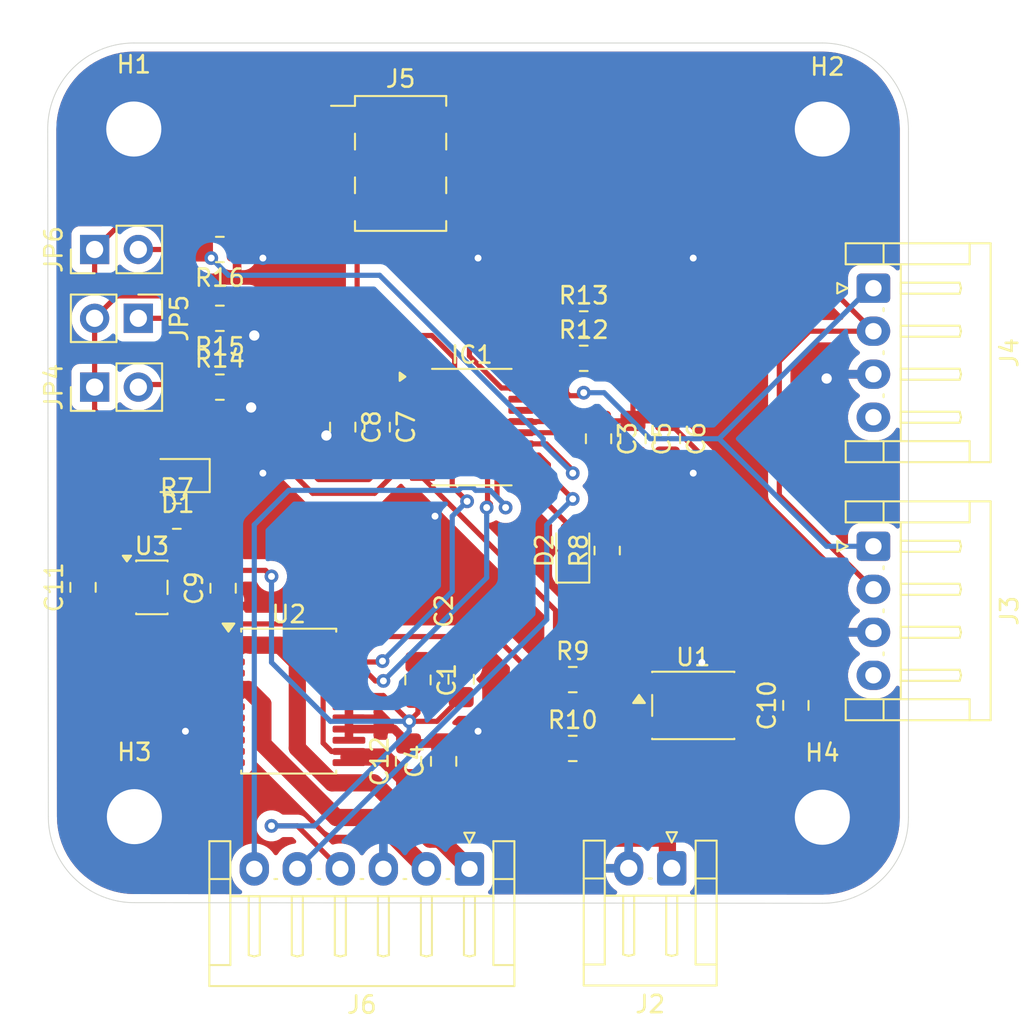
<source format=kicad_pcb>
(kicad_pcb (version 20241229) (generator "pcbnew") (generator_version "9.0")
  (layers (0 "F.Cu" signal) (2 "B.Cu" signal) (13 "F.Paste" user) (15 "B.Paste" user) (5 "F.SilkS" user "F.Silkscreen") (7 "B.SilkS" user "B.Silkscreen") (1 "F.Mask" user) (3 "B.Mask" user) (25 "Edge.Cuts" user))
  (net 0 "")
  (net 1 "GND")
  (net 2 "+3.3V")
  (net 3 "+12V")
  (net 4 "Net-(D1-K)")
  (net 5 "Net-(D2-K)")
  (net 6 "LED")
  (net 7 "SWDIO")
  (net 8 "Net-(IC1-PA2)")
  (net 9 "SWCLK")
  (net 10 "Net-(IC1-PB1)")
  (net 11 "AIN1")
  (net 12 "SCL")
  (net 13 "SENSOR A ENCODEUR")
  (net 15 "PWM MCU")
  (net 16 "SDA")
  (net 18 "SENSOR B ENCODEUR")
  (net 19 "NRST")
  (net 20 "AIN2")
  (net 21 "Net-(IC1-PA3)")
  (net 25 "AO2")
  (net 26 "AO1")
  (net 27 "Net-(R10-Pad2)")
  (net 28 "PWM H-bridge")
  (footprint "LED_SMD:LED_0805_2012Metric_Pad1.15x1.40mm_HandSolder" (layer "F.Cu") (at 110.551 87.6385 180)
    (property "Reference" "D1" (at 0 -1.65 0) (layer "F.SilkS"))
    (property "Value" "LED")
    (pad "1" smd roundrect (at -1.025 0 180) (size 1.15 1.4) (layers "F.Cu" "F.Mask" "F.Paste") (roundrect_rratio 0.217391) (net 4 "Net-(D1-K)"))
    (pad "2" smd roundrect (at 1.025 0 180) (size 1.15 1.4) (layers "F.Cu" "F.Mask" "F.Paste") (roundrect_rratio 0.217391) (net 2 "+3.3V"))
  )
  (footprint "Capacitor_SMD:C_0805_2012Metric_Pad1.18x1.45mm_HandSolder" (layer "F.Cu") (at 146.4625 101 90)
    (property "Reference" "C10" (at 0 -1.68 90) (layer "F.SilkS"))
    (property "Value" "0.1uF")
    (pad "1" smd roundrect (at -1.0375 0 90) (size 1.175 1.45) (layers "F.Cu" "F.Mask" "F.Paste") (roundrect_rratio 0.212766) (net 1 "GND"))
    (pad "2" smd roundrect (at 1.0375 0 90) (size 1.175 1.45) (layers "F.Cu" "F.Mask" "F.Paste") (roundrect_rratio 0.212766) (net 2 "+3.3V"))
  )
  (footprint "Package_TO_SOT_SMD:SOT-23-5" (layer "F.Cu") (at 109.051 94.1385)
    (property "Reference" "U3" (at 0 -2.4 0) (layer "F.SilkS"))
    (property "Value" "MIC5219-3.3YM5")
    (pad "1" smd roundrect (at -1.1375 -0.95) (size 1.325 0.6) (layers "F.Cu" "F.Mask" "F.Paste") (net 3 "+12V"))
    (pad "2" smd roundrect (at -1.1375 0) (size 1.325 0.6) (layers "F.Cu" "F.Mask" "F.Paste") (net 1 "GND"))
    (pad "3" smd roundrect (at -1.1375 0.95) (size 1.325 0.6) (layers "F.Cu" "F.Mask" "F.Paste") (net 3 "+12V"))
    (pad "4" smd roundrect (at 1.1375 0.95) (size 1.325 0.6) (layers "F.Cu" "F.Mask" "F.Paste"))
    (pad "5" smd roundrect (at 1.1375 -0.95) (size 1.325 0.6) (layers "F.Cu" "F.Mask" "F.Paste") (net 2 "+3.3V"))
  )
  (footprint "Package_SO:SSOP-24_5.3x8.2mm_P0.65mm" (layer "F.Cu") (at 117 100.75)
    (property "Reference" "U2" (at 0 -5.05 0) (layer "F.SilkS"))
    (property "Value" "TB6612FNG")
    (pad "1" smd roundrect (at -3.5 -3.575) (size 1.9 0.4) (layers "F.Cu" "F.Mask" "F.Paste") (net 26 "AO1"))
    (pad "2" smd roundrect (at -3.5 -2.925) (size 1.9 0.4) (layers "F.Cu" "F.Mask" "F.Paste") (net 26 "AO1"))
    (pad "3" smd roundrect (at -3.5 -2.275) (size 1.9 0.4) (layers "F.Cu" "F.Mask" "F.Paste") (net 1 "GND"))
    (pad "4" smd roundrect (at -3.5 -1.625) (size 1.9 0.4) (layers "F.Cu" "F.Mask" "F.Paste") (net 1 "GND"))
    (pad "5" smd roundrect (at -3.5 -0.975) (size 1.9 0.4) (layers "F.Cu" "F.Mask" "F.Paste") (net 25 "AO2"))
    (pad "6" smd roundrect (at -3.5 -0.325) (size 1.9 0.4) (layers "F.Cu" "F.Mask" "F.Paste") (net 25 "AO2"))
    (pad "7" smd roundrect (at -3.5 0.325) (size 1.9 0.4) (layers "F.Cu" "F.Mask" "F.Paste"))
    (pad "8" smd roundrect (at -3.5 0.975) (size 1.9 0.4) (layers "F.Cu" "F.Mask" "F.Paste"))
    (pad "9" smd roundrect (at -3.5 1.625) (size 1.9 0.4) (layers "F.Cu" "F.Mask" "F.Paste") (net 1 "GND"))
    (pad "10" smd roundrect (at -3.5 2.275) (size 1.9 0.4) (layers "F.Cu" "F.Mask" "F.Paste") (net 1 "GND"))
    (pad "11" smd roundrect (at -3.5 2.925) (size 1.9 0.4) (layers "F.Cu" "F.Mask" "F.Paste"))
    (pad "12" smd roundrect (at -3.5 3.575) (size 1.9 0.4) (layers "F.Cu" "F.Mask" "F.Paste"))
    (pad "13" smd roundrect (at 3.5 3.575) (size 1.9 0.4) (layers "F.Cu" "F.Mask" "F.Paste") (net 3 "+12V"))
    (pad "14" smd roundrect (at 3.5 2.925) (size 1.9 0.4) (layers "F.Cu" "F.Mask" "F.Paste") (net 3 "+12V"))
    (pad "15" smd roundrect (at 3.5 2.275) (size 1.9 0.4) (layers "F.Cu" "F.Mask" "F.Paste") (net 1 "GND"))
    (pad "16" smd roundrect (at 3.5 1.625) (size 1.9 0.4) (layers "F.Cu" "F.Mask" "F.Paste") (net 1 "GND"))
    (pad "17" smd roundrect (at 3.5 0.975) (size 1.9 0.4) (layers "F.Cu" "F.Mask" "F.Paste") (net 1 "GND"))
    (pad "18" smd roundrect (at 3.5 0.325) (size 1.9 0.4) (layers "F.Cu" "F.Mask" "F.Paste") (net 1 "GND"))
    (pad "19" smd roundrect (at 3.5 -0.325) (size 1.9 0.4) (layers "F.Cu" "F.Mask" "F.Paste") (net 2 "+3.3V"))
    (pad "20" smd roundrect (at 3.5 -0.975) (size 1.9 0.4) (layers "F.Cu" "F.Mask" "F.Paste") (net 2 "+3.3V"))
    (pad "21" smd roundrect (at 3.5 -1.625) (size 1.9 0.4) (layers "F.Cu" "F.Mask" "F.Paste") (net 11 "AIN1"))
    (pad "22" smd roundrect (at 3.5 -2.275) (size 1.9 0.4) (layers "F.Cu" "F.Mask" "F.Paste") (net 20 "AIN2"))
    (pad "23" smd roundrect (at 3.5 -2.925) (size 1.9 0.4) (layers "F.Cu" "F.Mask" "F.Paste") (net 28 "PWM H-bridge"))
    (pad "24" smd roundrect (at 3.5 -3.575) (size 1.9 0.4) (layers "F.Cu" "F.Mask" "F.Paste") (net 3 "+12V"))
  )
  (footprint "Package_SO:SO-5-6_4.55x3.7mm_P1.27mm" (layer "F.Cu") (at 140.5 101)
    (property "Reference" "U1" (at 0 -2.8 0) (layer "F.SilkS"))
    (property "Value" "TLP2361")
    (pad "1" smd roundrect (at -3.15 -1.27) (size 1.2 0.8) (layers "F.Cu" "F.Mask" "F.Paste") (net 27 "Net-(R10-Pad2)"))
    (pad "3" smd roundrect (at -3.15 1.27) (size 1.2 0.8) (layers "F.Cu" "F.Mask" "F.Paste") (net 1 "GND"))
    (pad "4" smd roundrect (at 3.15 1.27) (size 1.2 0.8) (layers "F.Cu" "F.Mask" "F.Paste") (net 1 "GND"))
    (pad "5" smd roundrect (at 3.15 0) (size 1.2 0.8) (layers "F.Cu" "F.Mask" "F.Paste") (net 28 "PWM H-bridge"))
    (pad "6" smd roundrect (at 3.15 -1.27) (size 1.2 0.8) (layers "F.Cu" "F.Mask" "F.Paste") (net 2 "+3.3V"))
  )
  (footprint "Capacitor_SMD:C_0805_2012Metric_Pad1.18x1.45mm_HandSolder" (layer "F.Cu") (at 124.50875 99.51875 -90)
    (property "Reference" "C1" (at 0 -1.68 90) (layer "F.SilkS"))
    (property "Value" "0.1u")
    (pad "1" smd roundrect (at -1.0375 0 270) (size 1.175 1.45) (layers "F.Cu" "F.Mask" "F.Paste") (roundrect_rratio 0.212766) (net 1 "GND"))
    (pad "2" smd roundrect (at 1.0375 0 270) (size 1.175 1.45) (layers "F.Cu" "F.Mask" "F.Paste") (roundrect_rratio 0.212766) (net 2 "+3.3V"))
  )
  (footprint "Capacitor_SMD:C_0805_2012Metric_Pad1.18x1.45mm_HandSolder" (layer "F.Cu") (at 123.9625 104.25 90)
    (property "Reference" "C12" (at 0 -1.68 90) (layer "F.SilkS"))
    (property "Value" "0.1u")
    (pad "1" smd roundrect (at -1.0375 0 90) (size 1.175 1.45) (layers "F.Cu" "F.Mask" "F.Paste") (roundrect_rratio 0.212766) (net 3 "+12V"))
    (pad "2" smd roundrect (at 1.0375 0 90) (size 1.175 1.45) (layers "F.Cu" "F.Mask" "F.Paste") (roundrect_rratio 0.212766) (net 1 "GND"))
  )
  (footprint "Resistor_SMD:R_0805_2012Metric_Pad1.20x1.40mm_HandSolder" (layer "F.Cu") (at 133.5 99.5)
    (property "Reference" "R9" (at 0 -1.65 0) (layer "F.SilkS"))
    (property "Value" "210")
    (pad "1" smd roundrect (at -1 0) (size 1.2 1.4) (layers "F.Cu" "F.Mask" "F.Paste") (roundrect_rratio 0.208333) (net 15 "PWM MCU"))
    (pad "2" smd roundrect (at 1 0) (size 1.2 1.4) (layers "F.Cu" "F.Mask" "F.Paste") (roundrect_rratio 0.208333) (net 27 "Net-(R10-Pad2)"))
  )
  (footprint "Connector_JST:JST_EH_S6B-EH_1x06_P2.50mm_Horizontal" (layer "F.Cu") (at 127.5 110.5 180)
    (property "Reference" "J6" (at 6.25 -7.9 0) (layer "F.SilkS"))
    (property "Value" "Conn_01x06")
    (pad "1" thru_hole roundrect (at 0 0 180) (size 1.7 1.95) (drill 0.95) (layers "*.Cu" "*.Mask") (roundrect_rratio 0.147059) (net 26 "AO1"))
    (pad "2" thru_hole oval (at 2.5 0 180) (size 1.7 1.95) (drill 0.95) (layers "*.Cu" "*.Mask") (net 25 "AO2"))
    (pad "3" thru_hole oval (at 5 0 180) (size 1.7 1.95) (drill 0.95) (layers "*.Cu" "*.Mask") (net 1 "GND"))
    (pad "4" thru_hole oval (at 7.5 0 180) (size 1.7 1.95) (drill 0.95) (layers "*.Cu" "*.Mask") (net 2 "+3.3V"))
    (pad "5" thru_hole oval (at 10 0 180) (size 1.7 1.95) (drill 0.95) (layers "*.Cu" "*.Mask") (net 13 "SENSOR A ENCODEUR"))
    (pad "6" thru_hole oval (at 12.5 0 180) (size 1.7 1.95) (drill 0.95) (layers "*.Cu" "*.Mask") (net 18 "SENSOR B ENCODEUR"))
  )
  (footprint "Capacitor_SMD:C_0805_2012Metric_Pad1.18x1.45mm_HandSolder" (layer "F.Cu") (at 105.051 94.1385 90)
    (property "Reference" "C11" (at 0 -1.68 90) (layer "F.SilkS"))
    (property "Value" "1uF")
    (pad "1" smd roundrect (at -1.0375 0 90) (size 1.175 1.45) (layers "F.Cu" "F.Mask" "F.Paste") (roundrect_rratio 0.212766) (net 1 "GND"))
    (pad "2" smd roundrect (at 1.0375 0 90) (size 1.175 1.45) (layers "F.Cu" "F.Mask" "F.Paste") (roundrect_rratio 0.212766) (net 3 "+12V"))
  )
  (footprint "Capacitor_SMD:C_0805_2012Metric_Pad1.18x1.45mm_HandSolder" (layer "F.Cu") (at 122.1375 84.825 -90)
    (property "Reference" "C7" (at 0 -1.68 90) (layer "F.SilkS"))
    (property "Value" "10n")
    (pad "1" smd roundrect (at -1.0375 0 270) (size 1.175 1.45) (layers "F.Cu" "F.Mask" "F.Paste") (roundrect_rratio 0.212766) (net 2 "+3.3V"))
    (pad "2" smd roundrect (at 1.0375 0 270) (size 1.175 1.45) (layers "F.Cu" "F.Mask" "F.Paste") (roundrect_rratio 0.212766) (net 1 "GND"))
  )
  (footprint "Capacitor_SMD:C_0805_2012Metric_Pad1.18x1.45mm_HandSolder" (layer "F.Cu") (at 120.1375 84.825 -90)
    (property "Reference" "C8" (at 0 -1.68 90) (layer "F.SilkS"))
    (property "Value" "1u")
    (pad "1" smd roundrect (at -1.0375 0 270) (size 1.175 1.45) (layers "F.Cu" "F.Mask" "F.Paste") (roundrect_rratio 0.212766) (net 2 "+3.3V"))
    (pad "2" smd roundrect (at 1.0375 0 270) (size 1.175 1.45) (layers "F.Cu" "F.Mask" "F.Paste") (roundrect_rratio 0.212766) (net 1 "GND"))
  )
  (footprint "Resistor_SMD:R_0805_2012Metric_Pad1.20x1.40mm_HandSolder" (layer "F.Cu") (at 133.5 103.5)
    (property "Reference" "R10" (at 0 -1.65 0) (layer "F.SilkS"))
    (property "Value" "210")
    (pad "1" smd roundrect (at -1 0) (size 1.2 1.4) (layers "F.Cu" "F.Mask" "F.Paste") (roundrect_rratio 0.208333) (net 1 "GND"))
    (pad "2" smd roundrect (at 1 0) (size 1.2 1.4) (layers "F.Cu" "F.Mask" "F.Paste") (roundrect_rratio 0.208333) (net 27 "Net-(R10-Pad2)"))
  )
  (footprint "MountingHole:MountingHole_3.2mm_M3_DIN965_Pad" (layer "F.Cu") (at 148 67.5)
    (property "Reference" "H2" (at 0.295 -3.62 0) (layer "F.SilkS"))
    (property "Value" "MountingHole_Pad")
    (pad "1" thru_hole circle (at 0 0) (size 5.6 5.6) (drill 3.2) (layers "*.Cu" "*.Mask") (net 1 "GND"))
  )
  (footprint "LED_SMD:LED_0805_2012Metric_Pad1.15x1.40mm_HandSolder" (layer "F.Cu") (at 133.5 92 90)
    (property "Reference" "D2" (at 0 -1.65 90) (layer "F.SilkS"))
    (property "Value" "LED")
    (pad "1" smd roundrect (at -1.025 0 90) (size 1.15 1.4) (layers "F.Cu" "F.Mask" "F.Paste") (roundrect_rratio 0.217391) (net 5 "Net-(D2-K)"))
    (pad "2" smd roundrect (at 1.025 0 90) (size 1.15 1.4) (layers "F.Cu" "F.Mask" "F.Paste") (roundrect_rratio 0.217391) (net 6 "LED"))
  )
  (footprint "Capacitor_SMD:C_0805_2012Metric_Pad1.18x1.45mm_HandSolder" (layer "F.Cu") (at 137 85.5 -90)
    (property "Reference" "C5" (at 0 -1.68 90) (layer "F.SilkS"))
    (property "Value" "100n")
    (pad "1" smd roundrect (at -1.0375 0 270) (size 1.175 1.45) (layers "F.Cu" "F.Mask" "F.Paste") (roundrect_rratio 0.212766) (net 2 "+3.3V"))
    (pad "2" smd roundrect (at 1.0375 0 270) (size 1.175 1.45) (layers "F.Cu" "F.Mask" "F.Paste") (roundrect_rratio 0.212766) (net 1 "GND"))
  )
  (footprint "Package_SO:TSSOP-20_4.4x6.5mm_P0.65mm" (layer "F.Cu") (at 127.6375 84.825)
    (property "Reference" "IC1" (at 0 -4.2 0) (layer "F.SilkS"))
    (property "Value" "STM32F030F4P6")
    (pad "1" smd roundrect (at -2.8625 -2.925) (size 1.475 0.4) (layers "F.Cu" "F.Mask" "F.Paste") (net 1 "GND"))
    (pad "2" smd roundrect (at -2.8625 -2.275) (size 1.475 0.4) (layers "F.Cu" "F.Mask" "F.Paste"))
    (pad "3" smd roundrect (at -2.8625 -1.625) (size 1.475 0.4) (layers "F.Cu" "F.Mask" "F.Paste"))
    (pad "4" smd roundrect (at -2.8625 -0.975) (size 1.475 0.4) (layers "F.Cu" "F.Mask" "F.Paste") (net 19 "NRST"))
    (pad "5" smd roundrect (at -2.8625 -0.325) (size 1.475 0.4) (layers "F.Cu" "F.Mask" "F.Paste") (net 2 "+3.3V"))
    (pad "6" smd roundrect (at -2.8625 0.325) (size 1.475 0.4) (layers "F.Cu" "F.Mask" "F.Paste") (net 11 "AIN1"))
    (pad "7" smd roundrect (at -2.8625 0.975) (size 1.475 0.4) (layers "F.Cu" "F.Mask" "F.Paste") (net 20 "AIN2"))
    (pad "8" smd roundrect (at -2.8625 1.625) (size 1.475 0.4) (layers "F.Cu" "F.Mask" "F.Paste") (net 8 "Net-(IC1-PA2)"))
    (pad "9" smd roundrect (at -2.8625 2.275) (size 1.475 0.4) (layers "F.Cu" "F.Mask" "F.Paste") (net 21 "Net-(IC1-PA3)"))
    (pad "10" smd roundrect (at -2.8625 2.925) (size 1.475 0.4) (layers "F.Cu" "F.Mask" "F.Paste") (net 15 "PWM MCU"))
    (pad "11" smd roundrect (at 2.8625 2.925) (size 1.475 0.4) (layers "F.Cu" "F.Mask" "F.Paste") (net 6 "LED"))
    (pad "12" smd roundrect (at 2.8625 2.275) (size 1.475 0.4) (layers "F.Cu" "F.Mask" "F.Paste") (net 18 "SENSOR B ENCODEUR"))
    (pad "13" smd roundrect (at 2.8625 1.625) (size 1.475 0.4) (layers "F.Cu" "F.Mask" "F.Paste") (net 13 "SENSOR A ENCODEUR"))
    (pad "14" smd roundrect (at 2.8625 0.975) (size 1.475 0.4) (layers "F.Cu" "F.Mask" "F.Paste") (net 10 "Net-(IC1-PB1)"))
    (pad "15" smd roundrect (at 2.8625 0.325) (size 1.475 0.4) (layers "F.Cu" "F.Mask" "F.Paste") (net 1 "GND"))
    (pad "16" smd roundrect (at 2.8625 -0.325) (size 1.475 0.4) (layers "F.Cu" "F.Mask" "F.Paste") (net 2 "+3.3V"))
    (pad "17" smd roundrect (at 2.8625 -0.975) (size 1.475 0.4) (layers "F.Cu" "F.Mask" "F.Paste") (net 12 "SCL"))
    (pad "18" smd roundrect (at 2.8625 -1.625) (size 1.475 0.4) (layers "F.Cu" "F.Mask" "F.Paste") (net 16 "SDA"))
    (pad "19" smd roundrect (at 2.8625 -2.275) (size 1.475 0.4) (layers "F.Cu" "F.Mask" "F.Paste") (net 7 "SWDIO"))
    (pad "20" smd roundrect (at 2.8625 -2.925) (size 1.475 0.4) (layers "F.Cu" "F.Mask" "F.Paste") (net 9 "SWCLK"))
  )
  (footprint "Resistor_SMD:R_0805_2012Metric_Pad1.20x1.40mm_HandSolder" (layer "F.Cu") (at 134.1375 78.825)
    (property "Reference" "R13" (at 0 -1.65 0) (layer "F.SilkS"))
    (property "Value" "4.7k")
    (pad "1" smd roundrect (at -1 0) (size 1.2 1.4) (layers "F.Cu" "F.Mask" "F.Paste") (roundrect_rratio 0.208333) (net 16 "SDA"))
    (pad "2" smd roundrect (at 1 0) (size 1.2 1.4) (layers "F.Cu" "F.Mask" "F.Paste") (roundrect_rratio 0.208333) (net 2 "+3.3V"))
  )
  (footprint "Capacitor_SMD:C_0805_2012Metric_Pad1.18x1.45mm_HandSolder" (layer "F.Cu") (at 113.1885 94.1885 90)
    (property "Reference" "C9" (at 0 -1.68 90) (layer "F.SilkS"))
    (property "Value" "1uF")
    (pad "1" smd roundrect (at -1.0375 0 90) (size 1.175 1.45) (layers "F.Cu" "F.Mask" "F.Paste") (roundrect_rratio 0.212766) (net 1 "GND"))
    (pad "2" smd roundrect (at 1.0375 0 90) (size 1.175 1.45) (layers "F.Cu" "F.Mask" "F.Paste") (roundrect_rratio 0.212766) (net 2 "+3.3V"))
  )
  (footprint "Resistor_SMD:R_0805_2012Metric_Pad1.20x1.40mm_HandSolder" (layer "F.Cu") (at 135.5 92 90)
    (property "Reference" "R8" (at 0 -1.65 90) (layer "F.SilkS"))
    (property "Value" "270")
    (pad "1" smd roundrect (at -1 0 90) (size 1.2 1.4) (layers "F.Cu" "F.Mask" "F.Paste") (roundrect_rratio 0.208333) (net 1 "GND"))
    (pad "2" smd roundrect (at 1 0 90) (size 1.2 1.4) (layers "F.Cu" "F.Mask" "F.Paste") (roundrect_rratio 0.208333) (net 5 "Net-(D2-K)"))
  )
  (footprint "Connector_JST:JST_EH_S2B-EH_1x02_P2.50mm_Horizontal" (layer "F.Cu") (at 139.25 110.4675 180)
    (property "Reference" "J2" (at 1.25 -7.9 0) (layer "F.SilkS"))
    (property "Value" "Conn_01x02")
    (pad "1" thru_hole roundrect (at 0 0 180) (size 1.7 2) (drill 1) (layers "*.Cu" "*.Mask") (roundrect_rratio 0.147059) (net 3 "+12V"))
    (pad "2" thru_hole oval (at 2.5 0 180) (size 1.7 2) (drill 1) (layers "*.Cu" "*.Mask") (net 1 "GND"))
  )
  (footprint "Connector_PinHeader_2.54mm:PinHeader_1x02_P2.54mm_Vertical" (layer "F.Cu") (at 108.265 78.5 -90)
    (property "Reference" "JP5" (at 0 -2.38 90) (layer "F.SilkS"))
    (property "Value" "Jumper_2_Open")
    (pad "1" thru_hole rect (at 0 0 270) (size 1.7 1.7) (drill 1) (layers "*.Cu" "*.Mask") (net 8 "Net-(IC1-PA2)"))
    (pad "2" thru_hole circle (at 0 2.54 270) (size 1.7 1.7) (drill 1) (layers "*.Cu" "*.Mask") (net 2 "+3.3V"))
  )
  (footprint "Capacitor_SMD:C_0805_2012Metric_Pad1.18x1.45mm_HandSolder" (layer "F.Cu") (at 126 104.25 90)
    (property "Reference" "C4" (at 0 -1.68 90) (layer "F.SilkS"))
    (property "Value" "10u")
    (pad "1" smd roundrect (at -1.0375 0 90) (size 1.175 1.45) (layers "F.Cu" "F.Mask" "F.Paste") (roundrect_rratio 0.212766) (net 3 "+12V"))
    (pad "2" smd roundrect (at 1.0375 0 90) (size 1.175 1.45) (layers "F.Cu" "F.Mask" "F.Paste") (roundrect_rratio 0.212766) (net 1 "GND"))
  )
  (footprint "MountingHole:MountingHole_3.2mm_M3_DIN965_Pad" (layer "F.Cu") (at 148 107.5)
    (property "Reference" "H4" (at 0 -3.75 0) (layer "F.SilkS"))
    (property "Value" "MountingHole_Pad")
    (pad "1" thru_hole circle (at 0 0) (size 5.6 5.6) (drill 3.2) (layers "*.Cu" "*.Mask") (net 1 "GND"))
  )
  (footprint "MountingHole:MountingHole_3.2mm_M3_DIN965_Pad" (layer "F.Cu") (at 108 67.5)
    (property "Reference" "H1" (at 0 -3.75 0) (layer "F.SilkS"))
    (property "Value" "MountingHole_Pad")
    (pad "1" thru_hole circle (at 0 0) (size 5.6 5.6) (drill 3.2) (layers "*.Cu" "*.Mask") (net 1 "GND"))
  )
  (footprint "Connector_JST:JST_EH_S4B-EH_1x04_P2.50mm_Horizontal" (layer "F.Cu") (at 150.9675 76.75 -90)
    (property "Reference" "J4" (at 3.75 -7.9 90) (layer "F.SilkS"))
    (property "Value" "Conn_01x04")
    (pad "1" thru_hole roundrect (at 0 0 270) (size 1.7 1.95) (drill 0.95) (layers "*.Cu" "*.Mask") (roundrect_rratio 0.147059) (net 12 "SCL"))
    (pad "2" thru_hole oval (at 2.5 0 270) (size 1.7 1.95) (drill 0.95) (layers "*.Cu" "*.Mask") (net 16 "SDA"))
    (pad "3" thru_hole oval (at 5 0 270) (size 1.7 1.95) (drill 0.95) (layers "*.Cu" "*.Mask") (net 1 "GND"))
    (pad "4" thru_hole oval (at 7.5 0 270) (size 1.7 1.95) (drill 0.95) (layers "*.Cu" "*.Mask"))
  )
  (footprint "Connector_PinHeader_2.54mm:PinHeader_1x02_P2.54mm_Vertical" (layer "F.Cu") (at 105.725 82.5 90)
    (property "Reference" "JP4" (at 0 -2.38 90) (layer "F.SilkS"))
    (property "Value" "Jumper_2_Open")
    (pad "1" thru_hole rect (at 0 0 90) (size 1.7 1.7) (drill 1) (layers "*.Cu" "*.Mask") (net 2 "+3.3V"))
    (pad "2" thru_hole circle (at 0 2.54 90) (size 1.7 1.7) (drill 1) (layers "*.Cu" "*.Mask") (net 21 "Net-(IC1-PA3)"))
  )
  (footprint "Capacitor_SMD:C_0805_2012Metric_Pad1.18x1.45mm_HandSolder" (layer "F.Cu") (at 127.01875 99.48125 90)
    (property "Reference" "C2" (at 3.9625 -1 90) (layer "F.SilkS"))
    (property "Value" "10u")
    (pad "1" smd roundrect (at -1.0375 0 90) (size 1.175 1.45) (layers "F.Cu" "F.Mask" "F.Paste") (roundrect_rratio 0.212766) (net 2 "+3.3V"))
    (pad "2" smd roundrect (at 1.0375 0 90) (size 1.175 1.45) (layers "F.Cu" "F.Mask" "F.Paste") (roundrect_rratio 0.212766) (net 1 "GND"))
  )
  (footprint "Resistor_SMD:R_0805_2012Metric_Pad1.20x1.40mm_HandSolder" (layer "F.Cu") (at 113 78.5 180)
    (property "Reference" "R15" (at 0 -1.65 0) (layer "F.SilkS"))
    (property "Value" "10k")
    (pad "1" smd roundrect (at -1 0 180) (size 1.2 1.4) (layers "F.Cu" "F.Mask" "F.Paste") (roundrect_rratio 0.208333) (net 1 "GND"))
    (pad "2" smd roundrect (at 1 0 180) (size 1.2 1.4) (layers "F.Cu" "F.Mask" "F.Paste") (roundrect_rratio 0.208333) (net 8 "Net-(IC1-PA2)"))
  )
  (footprint "Resistor_SMD:R_0805_2012Metric_Pad1.20x1.40mm_HandSolder" (layer "F.Cu") (at 113 74.5 180)
    (property "Reference" "R16" (at 0 -1.65 0) (layer "F.SilkS"))
    (property "Value" "10k")
    (pad "1" smd roundrect (at -1 0 180) (size 1.2 1.4) (layers "F.Cu" "F.Mask" "F.Paste") (roundrect_rratio 0.208333) (net 1 "GND"))
    (pad "2" smd roundrect (at 1 0 180) (size 1.2 1.4) (layers "F.Cu" "F.Mask" "F.Paste") (roundrect_rratio 0.208333) (net 10 "Net-(IC1-PB1)"))
  )
  (footprint "Connector_PinHeader_2.54mm:PinHeader_1x02_P2.54mm_Vertical" (layer "F.Cu") (at 105.725 74.5 90)
    (property "Reference" "JP6" (at 0 -2.38 90) (layer "F.SilkS"))
    (property "Value" "Jumper_2_Open")
    (pad "1" thru_hole rect (at 0 0 90) (size 1.7 1.7) (drill 1) (layers "*.Cu" "*.Mask") (net 2 "+3.3V"))
    (pad "2" thru_hole circle (at 0 2.54 90) (size 1.7 1.7) (drill 1) (layers "*.Cu" "*.Mask") (net 10 "Net-(IC1-PB1)"))
  )
  (footprint "Resistor_SMD:R_0805_2012Metric_Pad1.20x1.40mm_HandSolder" (layer "F.Cu") (at 110.5 90)
    (property "Reference" "R7" (at 0 -1.65 0) (layer "F.SilkS"))
    (property "Value" "270")
    (pad "1" smd roundrect (at -1 0) (size 1.2 1.4) (layers "F.Cu" "F.Mask" "F.Paste") (roundrect_rratio 0.208333) (net 1 "GND"))
    (pad "2" smd roundrect (at 1 0) (size 1.2 1.4) (layers "F.Cu" "F.Mask" "F.Paste") (roundrect_rratio 0.208333) (net 4 "Net-(D1-K)"))
  )
  (footprint "Resistor_SMD:R_0805_2012Metric_Pad1.20x1.40mm_HandSolder" (layer "F.Cu") (at 113 82.5)
    (property "Reference" "R14" (at 0 -1.65 0) (layer "F.SilkS"))
    (property "Value" "10k")
    (pad "1" smd roundrect (at -1 0) (size 1.2 1.4) (layers "F.Cu" "F.Mask" "F.Paste") (roundrect_rratio 0.208333) (net 21 "Net-(IC1-PA3)"))
    (pad "2" smd roundrect (at 1 0) (size 1.2 1.4) (layers "F.Cu" "F.Mask" "F.Paste") (roundrect_rratio 0.208333) (net 1 "GND"))
  )
  (footprint "Resistor_SMD:R_0805_2012Metric_Pad1.20x1.40mm_HandSolder" (layer "F.Cu") (at 134.1375 80.825)
    (property "Reference" "R12" (at 0 -1.65 0) (layer "F.SilkS"))
    (property "Value" "4.7k")
    (pad "1" smd roundrect (at -1 0) (size 1.2 1.4) (layers "F.Cu" "F.Mask" "F.Paste") (roundrect_rratio 0.208333) (net 12 "SCL"))
    (pad "2" smd roundrect (at 1 0) (size 1.2 1.4) (layers "F.Cu" "F.Mask" "F.Paste") (roundrect_rratio 0.208333) (net 2 "+3.3V"))
  )
  (footprint "Connector_JST:JST_EH_S4B-EH_1x04_P2.50mm_Horizontal" (layer "F.Cu") (at 150.9675 91.75 -90)
    (property "Reference" "J3" (at 3.75 -7.9 90) (layer "F.SilkS"))
    (property "Value" "Conn_01x04")
    (pad "1" thru_hole roundrect (at 0 0 270) (size 1.7 1.95) (drill 0.95) (layers "*.Cu" "*.Mask") (roundrect_rratio 0.147059) (net 12 "SCL"))
    (pad "2" thru_hole oval (at 2.5 0 270) (size 1.7 1.95) (drill 0.95) (layers "*.Cu" "*.Mask") (net 16 "SDA"))
    (pad "3" thru_hole oval (at 5 0 270) (size 1.7 1.95) (drill 0.95) (layers "*.Cu" "*.Mask") (net 1 "GND"))
    (pad "4" thru_hole oval (at 7.5 0 270) (size 1.7 1.95) (drill 0.95) (layers "*.Cu" "*.Mask"))
  )
  (footprint "Connector_PinHeader_2.54mm:PinHeader_2x03_P2.54mm_Vertical_SMD" (layer "F.Cu") (at 123.5 69.5)
    (property "Reference" "J5" (at 0 -4.92 0) (layer "F.SilkS"))
    (property "Value" "T821106A1S100CEU")
    (pad "1" smd rect (at -2.525 -2.54) (size 3.15 1) (layers "F.Cu" "F.Mask" "F.Paste") (net 2 "+3.3V"))
    (pad "2" smd rect (at 2.525 -2.54) (size 3.15 1) (layers "F.Cu" "F.Mask" "F.Paste") (net 1 "GND"))
    (pad "3" smd rect (at -2.525 0) (size 3.15 1) (layers "F.Cu" "F.Mask" "F.Paste") (net 7 "SWDIO"))
    (pad "4" smd rect (at 2.525 0) (size 3.15 1) (layers "F.Cu" "F.Mask" "F.Paste") (net 9 "SWCLK"))
    (pad "5" smd rect (at -2.525 2.54) (size 3.15 1) (layers "F.Cu" "F.Mask" "F.Paste") (net 19 "NRST"))
    (pad "6" smd rect (at 2.525 2.54) (size 3.15 1) (layers "F.Cu" "F.Mask" "F.Paste"))
  )
  (footprint "Capacitor_SMD:C_0805_2012Metric_Pad1.18x1.45mm_HandSolder" (layer "F.Cu") (at 139 85.5 -90)
    (property "Reference" "C6" (at 0 -1.68 90) (layer "F.SilkS"))
    (property "Value" "100n")
    (pad "1" smd roundrect (at -1.0375 0 270) (size 1.175 1.45) (layers "F.Cu" "F.Mask" "F.Paste") (roundrect_rratio 0.212766) (net 2 "+3.3V"))
    (pad "2" smd roundrect (at 1.0375 0 270) (size 1.175 1.45) (layers "F.Cu" "F.Mask" "F.Paste") (roundrect_rratio 0.212766) (net 1 "GND"))
  )
  (footprint "MountingHole:MountingHole_3.2mm_M3_DIN965_Pad" (layer "F.Cu") (at 108.035534 107.464466)
    (property "Reference" "H3" (at 0 -3.75 0) (layer "F.SilkS"))
    (property "Value" "MountingHole_Pad")
    (pad "1" thru_hole circle (at 0 0) (size 5.6 5.6) (drill 3.2) (layers "*.Cu" "*.Mask") (net 1 "GND"))
  )
  (footprint "Capacitor_SMD:C_0805_2012Metric_Pad1.18x1.45mm_HandSolder" (layer "F.Cu") (at 135 85.5 -90)
    (property "Reference" "C3" (at 0 -1.68 90) (layer "F.SilkS"))
    (property "Value" "4.7u")
    (pad "1" smd roundrect (at -1.0375 0 270) (size 1.175 1.45) (layers "F.Cu" "F.Mask" "F.Paste") (roundrect_rratio 0.212766) (net 2 "+3.3V"))
    (pad "2" smd roundrect (at 1.0375 0 270) (size 1.175 1.45) (layers "F.Cu" "F.Mask" "F.Paste") (roundrect_rratio 0.212766) (net 1 "GND"))
  )
  (gr_arc (start 148 62.5) (mid 151.535534 63.964466) (end 153 67.5) (stroke (width 0.05)) (layer "Edge.Cuts"))
  (gr_line (start 108.0355 112.464466) (end 148 112.5) (stroke (width 0.05)) (layer "Edge.Cuts"))
  (gr_line (start 153 67.5) (end 153 107.5) (stroke (width 0.05)) (layer "Edge.Cuts"))
  (gr_arc (start 103 67.5) (mid 104.464466 63.964466) (end 108 62.5) (stroke (width 0.05)) (layer "Edge.Cuts"))
  (gr_line (start 103 67.5) (end 103.035534 107.4645) (stroke (width 0.05)) (layer "Edge.Cuts"))
  (gr_line (start 148 62.5) (end 108 62.5) (stroke (width 0.05)) (layer "Edge.Cuts"))
  (gr_arc (start 153 107.5) (mid 151.535534 111.035534) (end 148 112.5) (stroke (width 0.05)) (layer "Edge.Cuts"))
  (gr_arc (start 108.035534 112.464466) (mid 104.5 111) (end 103.035534 107.464466) (stroke (width 0.05)) (layer "Edge.Cuts"))
  (segment (start 111.5 99.525001) (end 111.5 101.457004) (width 0.3) (layer "F.Cu") (net 1))
  (segment (start 132.65 85.15) (end 130.5 85.15) (width 0.3) (layer "F.Cu") (net 1))
  (segment (start 114 82.5) (end 114 82.865786) (width 0.5) (layer "F.Cu") (net 1))
  (segment (start 114 78.5) (end 115 79.5) (width 0.5) (layer "F.Cu") (net 1))
  (segment (start 120.5 102.375) (end 123.125 102.375) (width 0.5) (layer "F.Cu") (net 1))
  (segment (start 137 86.5375) (end 135 86.5375) (width 0.3) (layer "F.Cu") (net 1))
  (segment (start 112.550001 98.475) (end 111.5 99.525001) (width 0.3) (layer "F.Cu") (net 1))
  (segment (start 150.9675 81.75) (end 148.5 81.75) (width 0.5) (layer "F.Cu") (net 1))
  (segment (start 120.5 102.375) (end 120.5 101.126) (width 0.5) (layer "F.Cu") (net 1))
  (segment (start 139.5375 86.5375) (end 140.5 87.5) (width 0.3) (layer "F.Cu") (net 1))
  (segment (start 148.5 81.75) (end 148.25 82) (width 0.5) (layer "F.Cu") (net 1))
  (segment (start 126.98125 98.48125) (end 127.01875 98.44375) (width 0.5) (layer "F.Cu") (net 1))
  (segment (start 135 86.5375) (end 134.0375 86.5375) (width 0.3) (layer "F.Cu") (net 1))
  (segment (start 114 82.865786) (end 114.817107 83.682893) (width 0.5) (layer "F.Cu") (net 1))
  (segment (start 112.418996 102.376) (end 112.419996 102.375) (width 0.3) (layer "F.Cu") (net 1))
  (segment (start 134.0375 86.5375) (end 132.65 85.15) (width 0.3) (layer "F.Cu") (net 1))
  (segment (start 139 86.5375) (end 137 86.5375) (width 0.3) (layer "F.Cu") (net 1))
  (segment (start 112.419996 102.375) (end 113.5 102.375) (width 0.3) (layer "F.Cu") (net 1))
  (segment (start 111.5 101.457004) (end 112.418996 102.376) (width 0.3) (layer "F.Cu") (net 1))
  (segment (start 123.9625 103.2125) (end 126 103.2125) (width 0.5) (layer "F.Cu") (net 1))
  (segment (start 113.5 103.025) (end 113.5 102.375) (width 0.3) (layer "F.Cu") (net 1))
  (segment (start 113.5 99.125) (end 113.5 98.475) (width 0.3) (layer "F.Cu") (net 1))
  (segment (start 123.125 102.375) (end 123.9625 103.2125) (width 0.5) (layer "F.Cu") (net 1))
  (segment (start 119.740922 85.8625) (end 119.189211 85.310789) (width 0.5) (layer "F.Cu") (net 1))
  (segment (start 120.5 102.375) (end 120.5 102.974) (width 0.5) (layer "F.Cu") (net 1))
  (segment (start 113.5 98.475) (end 112.550001 98.475) (width 0.3) (layer "F.Cu") (net 1))
  (segment (start 124.50875 98.48125) (end 126.98125 98.48125) (width 0.5) (layer "F.Cu") (net 1))
  (segment (start 109.5 90) (end 109.5 90.5) (width 0.5) (layer "F.Cu") (net 1))
  (segment (start 120.1375 85.8625) (end 119.740922 85.8625) (width 0.5) (layer "F.Cu") (net 1))
  (via (at 148.25 82) (size 1.2) (drill 0.6) (layers "F.Cu" "B.Cu") (net 1))
  (via (at 114.817107 83.682893) (size 1.2) (drill 0.6) (layers "F.Cu" "B.Cu") (net 1))
  (via (at 140.5 87.5) (size 0.8) (drill 0.4) (layers "F.Cu" "B.Cu") (net 1))
  (via (at 115.5 75) (size 0.8) (drill 0.4) (layers "F.Cu" "B.Cu") (net 1))
  (via (at 128 75) (size 0.8) (drill 0.4) (layers "F.Cu" "B.Cu") (net 1))
  (via (at 115 79.5) (size 1.2) (drill 0.6) (layers "F.Cu" "B.Cu") (net 1))
  (via (at 141 98.5) (size 0.8) (drill 0.4) (layers "F.Cu" "B.Cu") (net 1))
  (via (at 125.5 90) (size 0.8) (drill 0.4) (layers "F.Cu" "B.Cu") (net 1))
  (via (at 128 102.5) (size 0.8) (drill 0.4) (layers "F.Cu" "B.Cu") (net 1))
  (via (at 111 102.5) (size 0.8) (drill 0.4) (layers "F.Cu" "B.Cu") (net 1))
  (via (at 140.5 75) (size 0.8) (drill 0.4) (layers "F.Cu" "B.Cu") (net 1))
  (via (at 115.5 87.5) (size 0.8) (drill 0.4) (layers "F.Cu" "B.Cu") (net 1))
  (via (at 119.189211 85.310789) (size 1.2) (drill 0.6) (layers "F.Cu" "B.Cu") (net 1))
  (segment (start 113.1885 93.151) (end 115.651 93.151) (width 0.3) (layer "F.Cu") (net 2))
  (segment (start 117.5 108) (end 116 108) (width 0.3) (layer "F.Cu") (net 2))
  (segment (start 124.50875 100.55625) (end 124.50875 101.41625) (width 0.3) (layer "F.Cu") (net 2))
  (segment (start 105.725 75.898) (end 107.026 77.199) (width 0.3) (layer "F.Cu") (net 2))
  (segment (start 124.775 84.5) (end 122.85 84.5) (width 0.3) (layer "F.Cu") (net 2))
  (segment (start 108.5 91.5) (end 108.5 88.6645) (width 0.3) (layer "F.Cu") (net 2))
  (segment (start 134.9625 84.5) (end 135 84.4625) (width 0.3) (layer "F.Cu") (net 2))
  (segment (start 122.5 100.425) (end 124 101.925) (width 0.3) (layer "F.Cu") (net 2))
  (segment (start 118.374 82.024) (end 118.374 80.895708) (width 0.3) (layer "F.Cu") (net 2))
  (segment (start 120 110.5) (end 117.5 108) (width 0.3) (layer "F.Cu") (net 2))
  (segment (start 114.677292 77.199) (end 107.026 77.199) (width 0.3) (layer "F.Cu") (net 2))
  (segment (start 135.6375 81.325) (end 135.1375 80.825) (width 0.3) (layer "F.Cu") (net 2))
  (segment (start 143.65 99.73) (end 146.23 99.73) (width 0.3) (layer "F.Cu") (net 2))
  (segment (start 118.374 80.895708) (end 114.677292 77.199) (width 0.3) (layer "F.Cu") (net 2))
  (segment (start 122.85 84.5) (end 122.1375 83.7875) (width 0.3) (layer "F.Cu") (net 2))
  (segment (start 110.1885 93.1885) (end 113.151 93.1885) (width 0.3) (layer "F.Cu") (net 2))
  (segment (start 120.538 66.96) (end 117.2365 70.2615) (width 0.3) (layer "F.Cu") (net 2))
  (segment (start 124.50875 101.41625) (end 124 101.925) (width 0.3) (layer "F.Cu") (net 2))
  (segment (start 107.026 77.199) (end 105.725 78.5) (width 0.3) (layer "F.Cu") (net 2))
  (segment (start 142.15 98.23) (end 143.65 99.73) (width 0.3) (layer "F.Cu") (net 2))
  (segment (start 137 84.4625) (end 137 82.6875) (width 0.3) (layer "F.Cu") (net 2))
  (segment (start 115.651 93.151) (end 116 93.5) (width 0.3) (layer "F.Cu") (net 2))
  (segment (start 139 84.4625) (end 142.15 87.6125) (width 0.3) (layer "F.Cu") (net 2))
  (segment (start 109.9635 70.2615) (end 105.725 74.5) (width 0.3) (layer "F.Cu") (net 2))
  (segment (start 122.1375 83.7875) (end 120.1375 83.7875) (width 0.3) (layer "F.Cu") (net 2))
  (segment (start 137 84.4625) (end 139 84.4625) (width 0.3) (layer "F.Cu") (net 2))
  (segment (start 105.725 74.5) (end 105.725 75.898) (width 0.3) (layer "F.Cu") (net 2))
  (segment (start 131.347792 84.549) (end 130.5 84.549) (width 0.3) (layer "F.Cu") (net 2))
  (segment (start 105.725 83.8375) (end 109.526 87.6385) (width 0.3) (layer "F.Cu") (net 2))
  (segment (start 137 82.6875) (end 135.1375 80.825) (width 0.3) (layer "F.Cu") (net 2))
  (segment (start 120.975 66.96) (end 120.538 66.96) (width 0.3) (layer "F.Cu") (net 2))
  (segment (start 130.5 84.5) (end 124.775 84.5) (width 0.3) (layer "F.Cu") (net 2))
  (segment (start 130.5 84.5) (end 134.9625 84.5) (width 0.3) (layer "F.Cu") (net 2))
  (segment (start 110.1885 93.1885) (end 108.5 91.5) (width 0.3) (layer "F.Cu") (net 2))
  (segment (start 117.2365 70.2615) (end 109.9635 70.2615) (width 0.3) (layer "F.Cu") (net 2))
  (segment (start 142.15 87.6125) (end 142.15 98.23) (width 0.3) (layer "F.Cu") (net 2))
  (segment (start 108.5 88.6645) (end 109.526 87.6385) (width 0.3) (layer "F.Cu") (net 2))
  (segment (start 120.5 99.775) (end 120.5 100.425) (width 0.3) (layer "F.Cu") (net 2))
  (segment (start 105.725 82.5) (end 105.725 78.5) (width 0.3) (layer "F.Cu") (net 2))
  (segment (start 105.725 82.5) (end 105.725 83.8375) (width 0.3) (layer "F.Cu") (net 2))
  (segment (start 120.1375 83.7875) (end 118.374 82.024) (width 0.3) (layer "F.Cu") (net 2))
  (segment (start 124 101.925) (end 125.6125 101.925) (width 0.3) (layer "F.Cu") (net 2))
  (segment (start 135.1375 80.825) (end 135.1375 78.825) (width 0.3) (layer "F.Cu") (net 2))
  (segment (start 120.5 100.425) (end 122.5 100.425) (width 0.3) (layer "F.Cu") (net 2))
  (segment (start 125.6125 101.925) (end 127.01875 100.51875) (width 0.3) (layer "F.Cu") (net 2))
  (segment (start 135 84.4625) (end 137 84.4625) (width 0.3) (layer "F.Cu") (net 2))
  (via (at 116 93.5) (size 0.8) (drill 0.4) (layers "F.Cu" "B.Cu") (net 2))
  (via (at 124 101.925) (size 0.8) (drill 0.4) (layers "F.Cu" "B.Cu") (net 2))
  (via (at 116 108) (size 0.8) (drill 0.4) (layers "F.Cu" "B.Cu") (net 2))
  (segment (start 124 102.5) (end 124 101.925) (width 0.3) (layer "B.Cu") (net 2))
  (segment (start 116 98.5) (end 119.425 101.925) (width 0.3) (layer "B.Cu") (net 2))
  (segment (start 116 108) (end 118.5 108) (width 0.3) (layer "B.Cu") (net 2))
  (segment (start 119.425 101.925) (end 124 101.925) (width 0.3) (layer "B.Cu") (net 2))
  (segment (start 118.5 108) (end 124 102.5) (width 0.3) (layer "B.Cu") (net 2))
  (segment (start 116 93.5) (end 116 98.5) (width 0.3) (layer "B.Cu") (net 2))
  (segment (start 117 96.2645) (end 109.0895 96.2645) (width 0.3) (layer "F.Cu") (net 3))
  (segment (start 139 109) (end 138.7165 108.7165) (width 1) (layer "F.Cu") (net 3))
  (segment (start 120.5 96.5) (end 120 96) (width 0.3) (layer "F.Cu") (net 3))
  (segment (start 119.488708 103.675) (end 119 103.186292) (width 0.3) (layer "F.Cu") (net 3))
  (segment (start 129.429 108.7165) (end 126 105.2875) (width 1) (layer "F.Cu") (net 3))
  (segment (start 119 96) (end 117.279 96) (width 0.3) (layer "F.Cu") (net 3))
  (segment (start 107.3469 95.0885) (end 106.8 94.5416) (width 0.3) (layer "F.Cu") (net 3))
  (segment (start 119 103.186292) (end 119 96) (width 0.3) (layer "F.Cu") (net 3))
  (segment (start 106.8 93.639501) (end 107.251001 93.1885) (width 0.3) (layer "F.Cu") (net 3))
  (segment (start 120.5 104) (end 122.5 104) (width 1) (layer "F.Cu") (net 3))
  (segment (start 106.261499 93.101) (end 106.8 93.639501) (width 0.3) (layer "F.Cu") (net 3))
  (segment (start 106.8 94.5416) (end 106.8 93.639501) (width 0.3) (layer "F.Cu") (net 3))
  (segment (start 117.279 96) (end 117.0145 96.2645) (width 0.3) (layer "F.Cu") (net 3))
  (segment (start 120.5 103.675) (end 119.488708 103.675) (width 0.3) (layer "F.Cu") (net 3))
  (segment (start 105.051 93.101) (end 106.261499 93.101) (width 0.3) (layer "F.Cu") (net 3))
  (segment (start 126 105.2875) (end 123.9625 105.2875) (width 1) (layer "F.Cu") (net 3))
  (segment (start 107.251001 93.1885) (end 107.9135 93.1885) (width 0.3) (layer "F.Cu") (net 3))
  (segment (start 109.0895 96.2645) (end 107.9135 95.0885) (width 0.3) (layer "F.Cu") (net 3))
  (segment (start 138.7165 108.7165) (end 129.429 108.7165) (width 1) (layer "F.Cu") (net 3))
  (segment (start 117.0145 96.2645) (end 117 96.2645) (width 0.3) (layer "F.Cu") (net 3))
  (segment (start 107.9135 95.0885) (end 107.3469 95.0885) (width 0.3) (layer "F.Cu") (net 3))
  (segment (start 120 96) (end 119 96) (width 0.3) (layer "F.Cu") (net 3))
  (segment (start 120.5 97.175) (end 120.5 96.5) (width 0.3) (layer "F.Cu") (net 3))
  (segment (start 122.5 104) (end 123.7875 105.2875) (width 1) (layer "F.Cu") (net 3))
  (segment (start 123.7875 105.2875) (end 123.9625 105.2875) (width 1) (layer "F.Cu") (net 3))
  (segment (start 139 110) (end 139 109) (width 1) (layer "F.Cu") (net 3))
  (segment (start 111.576 87.6385) (end 111.576 89.924) (width 0.3) (layer "F.Cu") (net 4))
  (segment (start 111.576 89.6135) (end 111.551 89.6385) (width 0.3) (layer "F.Cu") (net 4))
  (segment (start 111.576 89.924) (end 111.5 90) (width 0.3) (layer "F.Cu") (net 4))
  (segment (start 135.5 91.025) (end 133.5 93.025) (width 0.3) (layer "F.Cu") (net 5))
  (segment (start 133.5 90.75) (end 133.5 90.975) (width 0.3) (layer "F.Cu") (net 6))
  (segment (start 130.5 87.75) (end 133.5 90.75) (width 0.3) (layer "F.Cu") (net 6))
  (segment (start 121.412 69.5) (end 123.5 71.588) (width 0.3) (layer "F.Cu") (net 7))
  (segment (start 127.5 80.6875) (end 129.3625 82.55) (width 0.3) (layer "F.Cu") (net 7))
  (segment (start 120.975 69.5) (end 121.412 69.5) (width 0.3) (layer "F.Cu") (net 7))
  (segment (start 129.3625 82.55) (end 130.5 82.55) (width 0.3) (layer "F.Cu") (net 7))
  (segment (start 123.5 72.5) (end 127.5 76.5) (width 0.3) (layer "F.Cu") (net 7))
  (segment (start 123.5 71.588) (end 123.5 72.5) (width 0.3) (layer "F.Cu") (net 7))
  (segment (start 127.5 76.5) (end 127.5 80.6875) (width 0.3) (layer "F.Cu") (net 7))
  (segment (start 108.415 78.35) (end 108.265 78.5) (width 0.3) (layer "F.Cu") (net 8))
  (segment (start 115.756 83.291792) (end 119.365208 86.901) (width 0.3) (layer "F.Cu") (net 8))
  (segment (start 108.265 78.5) (end 111.5 78.5) (width 0.3) (layer "F.Cu") (net 8))
  (segment (start 113.331 79.651) (end 115.756 82.076) (width 0.3) (layer "F.Cu") (net 8))
  (segment (start 112.651 79.651) (end 113.331 79.651) (width 0.3) (layer "F.Cu") (net 8))
  (segment (start 124.775 86.45) (end 123.360792 86.45) (width 0.3) (layer "F.Cu") (net 8))
  (segment (start 111.5 78.5) (end 112.651 79.651) (width 0.3) (layer "F.Cu") (net 8))
  (segment (start 123.360792 86.45) (end 122.909792 86.901) (width 0.3) (layer "F.Cu") (net 8))
  (segment (start 115.756 82.076) (end 115.756 83.291792) (width 0.3) (layer "F.Cu") (net 8))
  (segment (start 119.365208 86.901) (end 122.909792 86.901) (width 0.3) (layer "F.Cu") (net 8))
  (segment (start 129.3625 80.7625) (end 130.5 81.9) (width 0.3) (layer "F.Cu") (net 9))
  (segment (start 129.3625 71.7625) (end 127.1 69.5) (width 0.3) (layer "F.Cu") (net 9))
  (segment (start 127.1 69.5) (end 126.025 69.5) (width 0.3) (layer "F.Cu") (net 9))
  (segment (start 129.3625 71.7625) (end 129.3625 80.7625) (width 0.3) (layer "F.Cu") (net 9))
  (segment (start 131.966539 85.8) (end 130.5 85.8) (width 0.3) (layer "F.Cu") (net 10))
  (segment (start 112.07 74.5) (end 112.07 74.57) (width 0.3) (layer "F.Cu") (net 10))
  (segment (start 133.5 87.333461) (end 131.966539 85.8) (width 0.3) (layer "F.Cu") (net 10))
  (segment (start 112.07 74.5) (end 108.265 74.5) (width 0.3) (layer "F.Cu") (net 10))
  (segment (start 112.07 74.57) (end 112.5 75) (width 0.3) (layer "F.Cu") (net 10))
  (segment (start 133.5 87.5) (end 133.5 87.333461) (width 0.3) (layer "F.Cu") (net 10))
  (via (at 133.5 87.5) (size 0.8) (drill 0.4) (layers "F.Cu" "B.Cu") (net 10))
  (via (at 112.5 75) (size 0.8) (drill 0.4) (layers "F.Cu" "B.Cu") (net 10))
  (segment (start 133.5 87.5) (end 131.782241 85.782241) (width 0.3) (layer "B.Cu") (net 10))
  (segment (start 131.782241 85.782241) (end 131.782241 85.5) (width 0.3) (layer "B.Cu") (net 10))
  (segment (start 131.782241 85.5) (end 122.282241 76) (width 0.3) (layer "B.Cu") (net 10))
  (segment (start 113.5 76) (end 112.5 75) (width 0.3) (layer "B.Cu") (net 10))
  (segment (start 122.282241 76) (end 113.5 76) (width 0.3) (layer "B.Cu") (net 10))
  (segment (start 128.5 85.5) (end 129 86) (width 0.3) (layer "F.Cu") (net 11))
  (segment (start 126.571951 85.5) (end 128.5 85.5) (width 0.3) (layer "F.Cu") (net 11))
  (segment (start 124.775 85.15) (end 126.221951 85.15) (width 0.3) (layer "F.Cu") (net 11))
  (segment (start 122.5 99.575) (end 122.032004 99.575) (width 0.3) (layer "F.Cu") (net 11))
  (segment (start 128.55 89.125736) (end 128.712132 89.287868) (width 0.3) (layer "F.Cu") (net 11))
  (segment (start 121.580004 99.125) (end 121.581004 99.124) (width 0.3) (layer "F.Cu") (net 11))
  (segment (start 129 86) (end 129 86.951264) (width 0.3) (layer "F.Cu") (net 11))
  (segment (start 122.032004 99.575) (end 121.581004 99.124) (width 0.3) (layer "F.Cu") (net 11))
  (segment (start 129 86.951264) (end 128.55 87.401264) (width 0.3) (layer "F.Cu") (net 11))
  (segment (start 128.55 87.401264) (end 128.55 89.125736) (width 0.3) (layer "F.Cu") (net 11))
  (segment (start 126.221951 85.15) (end 126.571951 85.5) (width 0.3) (layer "F.Cu") (net 11))
  (segment (start 120.5 99.125) (end 121.580004 99.125) (width 0.3) (layer "F.Cu") (net 11))
  (segment (start 128.712132 89.287868) (end 128.5 89.5) (width 0.3) (layer "F.Cu") (net 11))
  (via (at 128.5 89.5) (size 0.8) (drill 0.4) (layers "F.Cu" "B.Cu") (net 11))
  (via (at 122.5 99.575) (size 0.8) (drill 0.4) (layers "F.Cu" "B.Cu") (net 11))
  (segment (start 128.5 93.575) (end 122.5 99.575) (width 0.3) (layer "B.Cu") (net 11))
  (segment (start 128.5 89.5) (end 128.5 89.974125) (width 0.3) (layer "B.Cu") (net 11))
  (segment (start 128.5 89.974125) (end 128.5 93.575) (width 0.3) (layer "B.Cu") (net 11))
  (segment (start 130.5 83.85) (end 132.1125 83.85) (width 0.3) (layer "F.Cu") (net 12))
  (segment (start 133.3125 83) (end 133.9625 83) (width 0.3) (layer "F.Cu") (net 12))
  (segment (start 133.9625 83) (end 134.1375 82.825) (width 0.3) (layer "F.Cu") (net 12))
  (segment (start 133.1375 82.825) (end 133.1375 80.825) (width 0.3) (layer "F.Cu") (net 12))
  (segment (start 133.1375 82.825) (end 133.3125 83) (width 0.3) (layer "F.Cu") (net 12))
  (segment (start 132.1125 83.85) (end 133.1375 82.825) (width 0.3) (layer "F.Cu") (net 12))
  (via (at 134.1375 82.825) (size 0.8) (drill 0.4) (layers "F.Cu" "B.Cu") (net 12))
  (segment (start 150.75 76.75) (end 150.9675 76.75) (width 0.3) (layer "B.Cu") (net 12))
  (segment (start 148.25 91.75) (end 150.9675 91.75) (width 0.3) (layer "B.Cu") (net 12))
  (segment (start 142 85.5) (end 148.25 91.75) (width 0.3) (layer "B.Cu") (net 12))
  (segment (start 135.325 82.825) (end 138 85.5) (width 0.3) (layer "B.Cu") (net 12))
  (segment (start 134.1375 82.825) (end 135.325 82.825) (width 0.3) (layer "B.Cu") (net 12))
  (segment (start 142 85.5) (end 150.75 76.75) (width 0.3) (layer "B.Cu") (net 12))
  (segment (start 138 85.5) (end 142 85.5) (width 0.3) (layer "B.Cu") (net 12))
  (segment (start 131.53354 86.45) (end 130.5 86.45) (width 0.3) (layer "F.Cu") (net 13))
  (segment (start 132.08354 87.58354) (end 132.08354 87) (width 0.3) (layer "F.Cu") (net 13))
  (segment (start 133.5 89) (end 132.08354 87.58354) (width 0.3) (layer "F.Cu") (net 13))
  (segment (start 132.08354 87) (end 131.53354 86.45) (width 0.3) (layer "F.Cu") (net 13))
  (via (at 133.5 89) (size 0.8) (drill 0.4) (layers "F.Cu" "B.Cu") (net 13))
  (segment (start 131.989001 90.510999) (end 131.989001 96.010999) (width 0.3) (layer "B.Cu") (net 13))
  (segment (start 133.5 89) (end 131.989001 90.510999) (width 0.3) (layer "B.Cu") (net 13))
  (segment (start 131.989001 96.010999) (end 117.5 110.5) (width 0.3) (layer "B.Cu") (net 13))
  (segment (start 132.5 95.475) (end 132.5 99.5) (width 0.3) (layer "F.Cu") (net 15))
  (segment (start 124.775 87.75) (end 132.5 95.475) (width 0.3) (layer "F.Cu") (net 15))
  (segment (start 147.25 79.25) (end 145.5 81) (width 0.3) (layer "F.Cu") (net 16))
  (segment (start 130.5 83.2) (end 131.7625 83.2) (width 0.3) (layer "F.Cu") (net 16))
  (segment (start 150.9675 79.25) (end 147.25 79.25) (width 0.3) (layer "F.Cu") (net 16))
  (segment (start 145.5 81) (end 145.5 88.7825) (width 0.3) (layer "F.Cu") (net 16))
  (segment (start 148.2925 76.575) (end 150.9675 79.25) (width 0.3) (layer "F.Cu") (net 16))
  (segment (start 145.5 88.7825) (end 150.9675 94.25) (width 0.3) (layer "F.Cu") (net 16))
  (segment (start 132.1375 82.825) (end 132.0865 82.774) (width 0.3) (layer "F.Cu") (net 16))
  (segment (start 132.0865 79.876) (end 133.1375 78.825) (width 0.3) (layer "F.Cu") (net 16))
  (segment (start 132.0865 82.774) (end 132.0865 79.876) (width 0.3) (layer "F.Cu") (net 16))
  (segment (start 131.7625 83.2) (end 132.1375 82.825) (width 0.3) (layer "F.Cu") (net 16))
  (segment (start 135.3875 76.575) (end 148.2925 76.575) (width 0.3) (layer "F.Cu") (net 16))
  (segment (start 133.1375 78.825) (end 135.3875 76.575) (width 0.3) (layer "F.Cu") (net 16))
  (segment (start 130.5 87.1) (end 129.632496 87.1) (width 0.3) (layer "F.Cu") (net 18))
  (segment (start 129.632496 87.1) (end 129.631496 87.099) (width 0.3) (layer "F.Cu") (net 18))
  (segment (start 129.600003 89.5) (end 129.600003 89.396507) (width 0.3) (layer "F.Cu") (net 18))
  (segment (start 129.101 87.629496) (end 129.631496 87.099) (width 0.3) (layer "F.Cu") (net 18))
  (segment (start 129.600003 89.396507) (end 129.101 88.897504) (width 0.3) (layer "F.Cu") (net 18))
  (segment (start 129.101 88.897504) (end 129.101 87.629496) (width 0.3) (layer "F.Cu") (net 18))
  (via (at 129.600003 89.5) (size 0.8) (drill 0.4) (layers "F.Cu" "B.Cu") (net 18))
  (segment (start 127.859868 88.5) (end 128.703496 88.5) (width 0.3) (layer "B.Cu") (net 18))
  (segment (start 129.600003 89.396507) (end 129.600003 89.5) (width 0.3) (layer "B.Cu") (net 18))
  (segment (start 127.031755 88.335459) (end 127.695327 88.335459) (width 0.3) (layer "B.Cu") (net 18))
  (segment (start 115 110.5) (end 115 90.5) (width 0.3) (layer "B.Cu") (net 18))
  (segment (start 127.695327 88.335459) (end 127.859868 88.5) (width 0.3) (layer "B.Cu") (net 18))
  (segment (start 115 90.5) (end 117 88.5) (width 0.3) (layer "B.Cu") (net 18))
  (segment (start 117 88.5) (end 126.867214 88.5) (width 0.3) (layer "B.Cu") (net 18))
  (segment (start 126.867214 88.5) (end 127.031755 88.335459) (width 0.3) (layer "B.Cu") (net 18))
  (segment (start 128.703496 88.5) (end 129.600003 89.396507) (width 0.3) (layer "B.Cu") (net 18))
  (segment (start 120.975 78.975) (end 120.975 72.04) (width 0.3) (layer "F.Cu") (net 19))
  (segment (start 125.3125 79.5) (end 126.6375 80.825) (width 0.3) (layer "F.Cu") (net 19))
  (segment (start 126.6375 83.325) (end 126.6375 80.825) (width 0.3) (layer "F.Cu") (net 19))
  (segment (start 124.775 83.85) (end 126.1125 83.85) (width 0.3) (layer "F.Cu") (net 19))
  (segment (start 121.5 79.5) (end 125.3125 79.5) (width 0.3) (layer "F.Cu") (net 19))
  (segment (start 126.1125 83.85) (end 126.6375 83.325) (width 0.3) (layer "F.Cu") (net 19))
  (segment (start 120.975 78.975) (end 121.5 79.5) (width 0.3) (layer "F.Cu") (net 19))
  (segment (start 124.775 85.8) (end 125.668455 85.8) (width 0.3) (layer "F.Cu") (net 20))
  (segment (start 126.5 87.5) (end 126.5 88.272918) (width 0.3) (layer "F.Cu") (net 20))
  (segment (start 126.5 86.631545) (end 126.5 87.5) (width 0.3) (layer "F.Cu") (net 20))
  (segment (start 125.668455 85.8) (end 126.5 86.631545) (width 0.3) (layer "F.Cu") (net 20))
  (segment (start 120.5 98.475) (end 122.397917 98.475) (width 0.3) (layer "F.Cu") (net 20))
  (segment (start 122.397917 98.475) (end 122.44896 98.423957) (width 0.3) (layer "F.Cu") (net 20))
  (segment (start 126.5 88.272918) (end 127.363541 89.136459) (width 0.3) (layer "F.Cu") (net 20))
  (via (at 127.363541 89.136459) (size 0.8) (drill 0.4) (layers "F.Cu" "B.Cu") (net 20))
  (via (at 122.44896 98.423957) (size 0.8) (drill 0.4) (layers "F.Cu" "B.Cu") (net 20))
  (segment (start 126.5 90) (end 126.5 90.770629) (width 0.3) (layer "B.Cu") (net 20))
  (segment (start 126.5 90.770629) (end 126.5 94.372917) (width 0.3) (layer "B.Cu") (net 20))
  (segment (start 127.363541 89.136459) (end 126.5 90) (width 0.3) (layer "B.Cu") (net 20))
  (segment (start 126.5 94.372917) (end 122.44896 98.423957) (width 0.3) (layer "B.Cu") (net 20))
  (segment (start 108.415 82.35) (end 108.265 82.5) (width 0.3) (layer "F.Cu") (net 21))
  (segment (start 118.394117 88.674117) (end 112.07 82.35) (width 0.3) (layer "F.Cu") (net 21))
  (segment (start 123.560734 87.1) (end 124.775 87.1) (width 0.3) (layer "F.Cu") (net 21))
  (segment (start 112.07 82.35) (end 108.415 82.35) (width 0.3) (layer "F.Cu") (net 21))
  (segment (start 121.986617 88.674117) (end 123.560734 87.1) (width 0.3) (layer "F.Cu") (net 21))
  (segment (start 118.394117 88.674117) (end 121.986617 88.674117) (width 0.3) (layer "F.Cu") (net 21))
  (segment (start 125 110.5) (end 122.016116 107.516116) (width 1) (layer "F.Cu") (net 25))
  (segment (start 125 110.5) (end 124.657004 110.5) (width 0.3) (layer "F.Cu") (net 25))
  (segment (start 115.5 100.918732) (end 114.657268 100.076) (width 1) (layer "F.Cu") (net 25))
  (segment (start 122.016116 107.516116) (end 119.765667 107.516116) (width 1) (layer "F.Cu") (net 25))
  (segment (start 119.765667 107.516116) (end 115.5 103.250449) (width 1) (layer "F.Cu") (net 25))
  (segment (start 115.5 103.250449) (end 115.5 100.918732) (width 1) (layer "F.Cu") (net 25))
  (segment (start 114.118996 99.775) (end 113.5 99.775) (width 0.3) (layer "F.Cu") (net 25))
  (segment (start 114.657268 100.076) (end 113.5 100.076) (width 1) (layer "F.Cu") (net 25))
  (segment (start 117.5 103.481268) (end 117.5 98.5) (width 1) (layer "F.Cu") (net 26))
  (segment (start 117.5 98.5) (end 116.5 97.5) (width 1) (layer "F.Cu") (net 26))
  (segment (start 127.5 110.5) (end 127.105004 110.5) (width 0.3) (layer "F.Cu") (net 26))
  (segment (start 114.725978 97.474) (end 113.5 97.474) (width 1) (layer "F.Cu") (net 26))
  (segment (start 121.939944 105.5) (end 125.213944 108.774) (width 1) (layer "F.Cu") (net 26))
  (segment (start 127.5 110.5) (end 127.5 109.826) (width 0.3) (layer "F.Cu") (net 26))
  (segment (start 125.213944 108.774) (end 125.774 108.774) (width 1) (layer "F.Cu") (net 26))
  (segment (start 114.751978 97.5) (end 114.725978 97.474) (width 1) (layer "F.Cu") (net 26))
  (segment (start 125.774 108.774) (end 127.5 110.5) (width 1) (layer "F.Cu") (net 26))
  (segment (start 119.518732 105.5) (end 117.5 103.481268) (width 1) (layer "F.Cu") (net 26))
  (segment (start 119.518732 105.5) (end 121.939944 105.5) (width 1) (layer "F.Cu") (net 26))
  (segment (start 116.5 97.5) (end 114.751978 97.5) (width 1) (layer "F.Cu") (net 26))
  (segment (start 137.35 99.73) (end 134.73 99.73) (width 0.3) (layer "F.Cu") (net 27))
  (segment (start 134.5 99.5) (end 134.5 103.5) (width 0.3) (layer "F.Cu") (net 27))
  (segment (start 122.407004 97) (end 129 97) (width 0.3) (layer "F.Cu") (net 28))
  (segment (start 120.5 97.825) (end 121.580004 97.825) (width 0.3) (layer "F.Cu") (net 28))
  (segment (start 129 97) (end 130.5 98.5) (width 0.3) (layer "F.Cu") (net 28))
  (segment (start 121.580004 97.825) (end 121.581004 97.826) (width 0.3) (layer "F.Cu") (net 28))
  (segment (start 121.581004 97.826) (end 122.407004 97) (width 0.3) (layer "F.Cu") (net 28))
  (segment (start 132 105.5) (end 137.05 105.5) (width 0.3) (layer "F.Cu") (net 28))
  (segment (start 130.5 104) (end 132 105.5) (width 0.3) (layer "F.Cu") (net 28))
  (segment (start 130.5 98.5) (end 130.5 104) (width 0.3) (layer "F.Cu") (net 28))
  (segment (start 141.55 101) (end 143.65 101) (width 0.3) (layer "F.Cu") (net 28))
  (segment (start 137.05 105.5) (end 141.55 101) (width 0.3) (layer "F.Cu") (net 28))
  (zone (net 1) (net_name "GND") (layer "F.Cu") (connect_pads (clearance 0.5)) (min_thickness 0.25) (fill yes (thermal_gap 0.5) (thermal_bridge_width 0.5))
    (polygon (pts (xy 101.26181 60.675) (xy 154.8625 60.675) (xy 154.8625 113.675) (xy 101.116609 113.675)))
  )
  (zone (net 1) (net_name "GND") (layer "B.Cu") (connect_pads (clearance 0.5)) (min_thickness 0.25) (fill yes (thermal_gap 0.5) (thermal_bridge_width 0.5))
    (polygon (pts (xy 100.37739 60) (xy 156 60) (xy 156 114.5) (xy 100.22808 114.5)))
  )
)
</source>
